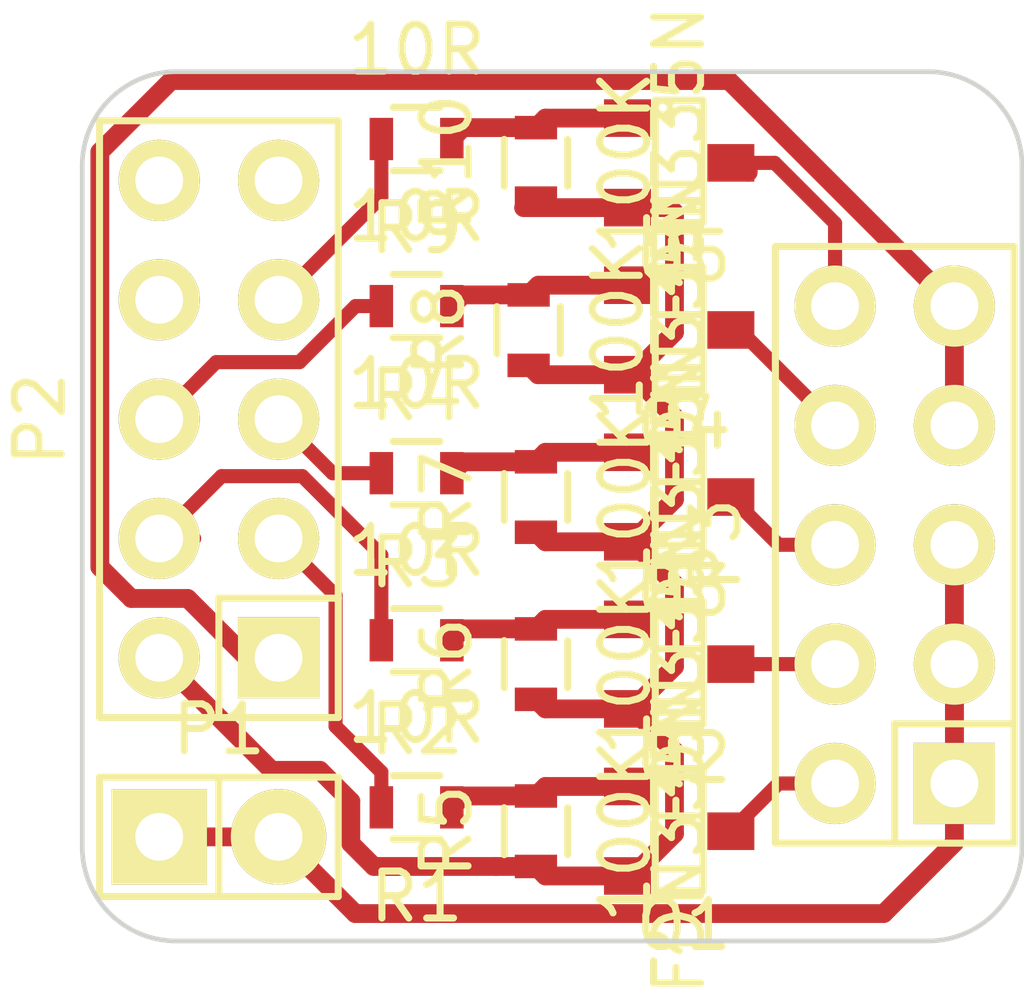
<source format=kicad_pcb>
(kicad_pcb (version 4) (host pcbnew "(2014-11-06 BZR 5256)-product")

  (general
    (links 36)
    (no_connects 0)
    (area 149.84681 95.407 174.400334 116.13798)
    (thickness 1.6)
    (drawings 8)
    (tracks 105)
    (zones 0)
    (modules 18)
    (nets 19)
  )

  (page A4)
  (layers
    (0 F.Cu signal)
    (31 B.Cu signal)
    (32 B.Adhes user)
    (33 F.Adhes user)
    (34 B.Paste user)
    (35 F.Paste user)
    (36 B.SilkS user)
    (37 F.SilkS user)
    (38 B.Mask user)
    (39 F.Mask user)
    (40 Dwgs.User user)
    (41 Cmts.User user)
    (42 Eco1.User user)
    (43 Eco2.User user)
    (44 Edge.Cuts user)
    (45 Margin user)
    (46 B.CrtYd user)
    (47 F.CrtYd user)
    (48 B.Fab user)
    (49 F.Fab user)
  )

  (setup
    (last_trace_width 0.4)
    (trace_clearance 0.2)
    (zone_clearance 0.508)
    (zone_45_only no)
    (trace_min 0.254)
    (segment_width 0.2)
    (edge_width 0.1)
    (via_size 1.5)
    (via_drill 0.635)
    (via_min_size 0.889)
    (via_min_drill 0.508)
    (uvia_size 0.508)
    (uvia_drill 0.127)
    (uvias_allowed no)
    (uvia_min_size 0.508)
    (uvia_min_drill 0.127)
    (pcb_text_width 0.3)
    (pcb_text_size 1.5 1.5)
    (mod_edge_width 0.15)
    (mod_text_size 1 1)
    (mod_text_width 0.15)
    (pad_size 1.5 1.5)
    (pad_drill 0.6)
    (pad_to_mask_clearance 0)
    (pad_to_paste_clearance -0.05)
    (aux_axis_origin 152 115.5)
    (grid_origin 152 115.5)
    (visible_elements FFFCFF7F)
    (pcbplotparams
      (layerselection 0x01000_00000001)
      (usegerberextensions true)
      (excludeedgelayer true)
      (linewidth 0.100000)
      (plotframeref false)
      (viasonmask false)
      (mode 1)
      (useauxorigin true)
      (hpglpennumber 1)
      (hpglpenspeed 20)
      (hpglpendiameter 15)
      (hpglpenoverlay 2)
      (psnegative false)
      (psa4output false)
      (plotreference true)
      (plotvalue true)
      (plotinvisibletext false)
      (padsonsilk false)
      (subtractmaskfromsilk false)
      (outputformat 1)
      (mirror false)
      (drillshape 0)
      (scaleselection 1)
      (outputdirectory ""))
  )

  (net 0 "")
  (net 1 +12V)
  (net 2 VCC)
  (net 3 GND)
  (net 4 /A5)
  (net 5 /A9)
  (net 6 /A10)
  (net 7 /D40)
  (net 8 "Net-(P3-Pad2)")
  (net 9 "Net-(P3-Pad4)")
  (net 10 "Net-(P3-Pad6)")
  (net 11 "Net-(P3-Pad8)")
  (net 12 "Net-(Q1-Pad1)")
  (net 13 "Net-(Q2-Pad1)")
  (net 14 "Net-(Q3-Pad1)")
  (net 15 "Net-(Q4-Pad1)")
  (net 16 /D44)
  (net 17 "Net-(P3-Pad10)")
  (net 18 "Net-(Q5-Pad1)")

  (net_class Default "This is the default net class."
    (clearance 0.2)
    (trace_width 0.3)
    (via_dia 1.5)
    (via_drill 0.635)
    (uvia_dia 0.508)
    (uvia_drill 0.127)
    (add_net +12V)
    (add_net /A10)
    (add_net /A5)
    (add_net /A9)
    (add_net /D40)
    (add_net /D44)
    (add_net GND)
    (add_net "Net-(P3-Pad10)")
    (add_net "Net-(P3-Pad2)")
    (add_net "Net-(P3-Pad4)")
    (add_net "Net-(P3-Pad6)")
    (add_net "Net-(P3-Pad8)")
    (add_net "Net-(Q1-Pad1)")
    (add_net "Net-(Q2-Pad1)")
    (add_net "Net-(Q3-Pad1)")
    (add_net "Net-(Q4-Pad1)")
    (add_net "Net-(Q5-Pad1)")
    (add_net VCC)
  )

  (module Pin_Headers:Pin_Header_Straight_1x02 (layer F.Cu) (tedit 54DE2AE5) (tstamp 54DE35DE)
    (at 154.908 113.284)
    (descr "Through hole pin header")
    (tags "pin header")
    (path /54DE0862)
    (fp_text reference P1 (at 0 -2.286) (layer F.SilkS)
      (effects (font (size 1 1) (thickness 0.15)))
    )
    (fp_text value 12V (at 0 0) (layer F.SilkS) hide
      (effects (font (size 1 1) (thickness 0.15)))
    )
    (fp_line (start 0 -1.27) (end 0 1.27) (layer F.SilkS) (width 0.15))
    (fp_line (start -2.54 -1.27) (end -2.54 1.27) (layer F.SilkS) (width 0.15))
    (fp_line (start -2.54 1.27) (end 0 1.27) (layer F.SilkS) (width 0.15))
    (fp_line (start 0 1.27) (end 2.54 1.27) (layer F.SilkS) (width 0.15))
    (fp_line (start 2.54 1.27) (end 2.54 -1.27) (layer F.SilkS) (width 0.15))
    (fp_line (start 2.54 -1.27) (end -2.54 -1.27) (layer F.SilkS) (width 0.15))
    (pad 1 thru_hole rect (at -1.27 0) (size 2.032 2.032) (drill 1.016) (layers *.Cu *.Mask F.SilkS)
      (net 1 +12V))
    (pad 2 thru_hole oval (at 1.27 0) (size 2.032 2.032) (drill 1.016) (layers *.Cu *.Mask F.SilkS)
      (net 1 +12V))
    (model Pin_Headers/Pin_Header_Straight_1x02.wrl
      (at (xyz 0 0 0))
      (scale (xyz 1 1 1))
      (rotate (xyz 0 0 0))
    )
  )

  (module Pin_Headers:Pin_Header_Straight_2x05 (layer F.Cu) (tedit 54DE2AE5) (tstamp 54DE2B2D)
    (at 154.908 104.394 90)
    (descr "Through hole pin header")
    (tags "pin header")
    (path /54DDFAEE)
    (fp_text reference P2 (at 0 -3.81 90) (layer F.SilkS)
      (effects (font (size 1 1) (thickness 0.15)))
    )
    (fp_text value AUX-2 (at 0 0 90) (layer F.SilkS) hide
      (effects (font (size 1 1) (thickness 0.15)))
    )
    (fp_line (start -6.35 -2.54) (end 6.35 -2.54) (layer F.SilkS) (width 0.15))
    (fp_line (start 6.35 -2.54) (end 6.35 2.54) (layer F.SilkS) (width 0.15))
    (fp_line (start 6.35 2.54) (end -3.81 2.54) (layer F.SilkS) (width 0.15))
    (fp_line (start -6.35 -2.54) (end -6.35 0) (layer F.SilkS) (width 0.15))
    (fp_line (start -6.35 2.54) (end -3.81 2.54) (layer F.SilkS) (width 0.15))
    (fp_line (start -6.35 0) (end -3.81 0) (layer F.SilkS) (width 0.15))
    (fp_line (start -3.81 0) (end -3.81 2.54) (layer F.SilkS) (width 0.15))
    (fp_line (start -6.35 2.54) (end -6.35 0) (layer F.SilkS) (width 0.15))
    (pad 1 thru_hole rect (at -5.08 1.27 90) (size 1.7272 1.7272) (drill 1.016) (layers *.Cu *.Mask F.SilkS)
      (net 2 VCC))
    (pad 2 thru_hole oval (at -5.08 -1.27 90) (size 1.7272 1.7272) (drill 1.016) (layers *.Cu *.Mask F.SilkS)
      (net 3 GND))
    (pad 3 thru_hole oval (at -2.54 1.27 90) (size 1.7272 1.7272) (drill 1.016) (layers *.Cu *.Mask F.SilkS)
      (net 4 /A5))
    (pad 4 thru_hole oval (at -2.54 -1.27 90) (size 1.7272 1.7272) (drill 1.016) (layers *.Cu *.Mask F.SilkS)
      (net 5 /A9))
    (pad 5 thru_hole oval (at 0 1.27 90) (size 1.7272 1.7272) (drill 1.016) (layers *.Cu *.Mask F.SilkS)
      (net 6 /A10))
    (pad 6 thru_hole oval (at 0 -1.27 90) (size 1.7272 1.7272) (drill 1.016) (layers *.Cu *.Mask F.SilkS)
      (net 7 /D40))
    (pad 7 thru_hole oval (at 2.54 1.27 90) (size 1.7272 1.7272) (drill 1.016) (layers *.Cu *.Mask F.SilkS)
      (net 16 /D44))
    (pad 8 thru_hole oval (at 2.54 -1.27 90) (size 1.7272 1.7272) (drill 1.016) (layers *.Cu *.Mask F.SilkS))
    (pad 9 thru_hole oval (at 5.08 1.27 90) (size 1.7272 1.7272) (drill 1.016) (layers *.Cu *.Mask F.SilkS))
    (pad 10 thru_hole oval (at 5.08 -1.27 90) (size 1.7272 1.7272) (drill 1.016) (layers *.Cu *.Mask F.SilkS))
    (model Pin_Headers/Pin_Header_Straight_2x05.wrl
      (at (xyz 0 0 0))
      (scale (xyz 1 1 1))
      (rotate (xyz 0 0 0))
    )
  )

  (module SMD_Packages:SOT-23 (layer F.Cu) (tedit 54DE2AE5) (tstamp 54DF1477)
    (at 164.704 113.164 270)
    (tags SOT23)
    (path /54DE28D2)
    (fp_text reference Q1 (at 1.99898 -0.09906 360) (layer F.SilkS)
      (effects (font (size 1 1) (thickness 0.15)))
    )
    (fp_text value FDN335N (at 0.0635 0 270) (layer F.SilkS)
      (effects (font (size 1 1) (thickness 0.15)))
    )
    (fp_circle (center -1.17602 0.35052) (end -1.30048 0.44958) (layer F.SilkS) (width 0.15))
    (fp_line (start 1.27 -0.508) (end 1.27 0.508) (layer F.SilkS) (width 0.15))
    (fp_line (start -1.3335 -0.508) (end -1.3335 0.508) (layer F.SilkS) (width 0.15))
    (fp_line (start 1.27 0.508) (end -1.3335 0.508) (layer F.SilkS) (width 0.15))
    (fp_line (start -1.3335 -0.508) (end 1.27 -0.508) (layer F.SilkS) (width 0.15))
    (pad 3 smd rect (at 0 -1.09982 270) (size 0.8001 1.00076) (layers F.Cu F.Paste F.Mask)
      (net 8 "Net-(P3-Pad2)"))
    (pad 2 smd rect (at 0.9525 1.09982 270) (size 0.8001 1.00076) (layers F.Cu F.Paste F.Mask)
      (net 3 GND))
    (pad 1 smd rect (at -0.9525 1.09982 270) (size 0.8001 1.00076) (layers F.Cu F.Paste F.Mask)
      (net 12 "Net-(Q1-Pad1)"))
    (model SMD_Packages/SOT-23.wrl
      (at (xyz 0 0 0))
      (scale (xyz 0.4 0.4 0.4))
      (rotate (xyz 0 0 180))
    )
  )

  (module SMD_Packages:SOT-23 (layer F.Cu) (tedit 54DE2AE5) (tstamp 54DE2B47)
    (at 164.704 109.608 270)
    (tags SOT23)
    (path /54DE2BA6)
    (fp_text reference Q2 (at 1.99898 -0.09906 360) (layer F.SilkS)
      (effects (font (size 1 1) (thickness 0.15)))
    )
    (fp_text value FDN335N (at 0.0635 0 270) (layer F.SilkS)
      (effects (font (size 1 1) (thickness 0.15)))
    )
    (fp_circle (center -1.17602 0.35052) (end -1.30048 0.44958) (layer F.SilkS) (width 0.15))
    (fp_line (start 1.27 -0.508) (end 1.27 0.508) (layer F.SilkS) (width 0.15))
    (fp_line (start -1.3335 -0.508) (end -1.3335 0.508) (layer F.SilkS) (width 0.15))
    (fp_line (start 1.27 0.508) (end -1.3335 0.508) (layer F.SilkS) (width 0.15))
    (fp_line (start -1.3335 -0.508) (end 1.27 -0.508) (layer F.SilkS) (width 0.15))
    (pad 3 smd rect (at 0 -1.09982 270) (size 0.8001 1.00076) (layers F.Cu F.Paste F.Mask)
      (net 9 "Net-(P3-Pad4)"))
    (pad 2 smd rect (at 0.9525 1.09982 270) (size 0.8001 1.00076) (layers F.Cu F.Paste F.Mask)
      (net 3 GND))
    (pad 1 smd rect (at -0.9525 1.09982 270) (size 0.8001 1.00076) (layers F.Cu F.Paste F.Mask)
      (net 13 "Net-(Q2-Pad1)"))
    (model SMD_Packages/SOT-23.wrl
      (at (xyz 0 0 0))
      (scale (xyz 0.4 0.4 0.4))
      (rotate (xyz 0 0 180))
    )
  )

  (module SMD_Packages:SOT-23 (layer F.Cu) (tedit 54DE2AE5) (tstamp 54DE2B4E)
    (at 164.704 106.052 270)
    (tags SOT23)
    (path /54DE2D7F)
    (fp_text reference Q3 (at 1.99898 -0.09906 360) (layer F.SilkS)
      (effects (font (size 1 1) (thickness 0.15)))
    )
    (fp_text value FDN335N (at 0.0635 0 270) (layer F.SilkS)
      (effects (font (size 1 1) (thickness 0.15)))
    )
    (fp_circle (center -1.17602 0.35052) (end -1.30048 0.44958) (layer F.SilkS) (width 0.15))
    (fp_line (start 1.27 -0.508) (end 1.27 0.508) (layer F.SilkS) (width 0.15))
    (fp_line (start -1.3335 -0.508) (end -1.3335 0.508) (layer F.SilkS) (width 0.15))
    (fp_line (start 1.27 0.508) (end -1.3335 0.508) (layer F.SilkS) (width 0.15))
    (fp_line (start -1.3335 -0.508) (end 1.27 -0.508) (layer F.SilkS) (width 0.15))
    (pad 3 smd rect (at 0 -1.09982 270) (size 0.8001 1.00076) (layers F.Cu F.Paste F.Mask)
      (net 10 "Net-(P3-Pad6)"))
    (pad 2 smd rect (at 0.9525 1.09982 270) (size 0.8001 1.00076) (layers F.Cu F.Paste F.Mask)
      (net 3 GND))
    (pad 1 smd rect (at -0.9525 1.09982 270) (size 0.8001 1.00076) (layers F.Cu F.Paste F.Mask)
      (net 14 "Net-(Q3-Pad1)"))
    (model SMD_Packages/SOT-23.wrl
      (at (xyz 0 0 0))
      (scale (xyz 0.4 0.4 0.4))
      (rotate (xyz 0 0 180))
    )
  )

  (module SMD_Packages:SOT-23 (layer F.Cu) (tedit 54DE2AE5) (tstamp 54DE2C59)
    (at 164.704 102.496 270)
    (tags SOT23)
    (path /54DE2E79)
    (fp_text reference Q4 (at 1.99898 -0.09906 360) (layer F.SilkS)
      (effects (font (size 1 1) (thickness 0.15)))
    )
    (fp_text value FDN335N (at 0.0635 0 270) (layer F.SilkS)
      (effects (font (size 1 1) (thickness 0.15)))
    )
    (fp_circle (center -1.17602 0.35052) (end -1.30048 0.44958) (layer F.SilkS) (width 0.15))
    (fp_line (start 1.27 -0.508) (end 1.27 0.508) (layer F.SilkS) (width 0.15))
    (fp_line (start -1.3335 -0.508) (end -1.3335 0.508) (layer F.SilkS) (width 0.15))
    (fp_line (start 1.27 0.508) (end -1.3335 0.508) (layer F.SilkS) (width 0.15))
    (fp_line (start -1.3335 -0.508) (end 1.27 -0.508) (layer F.SilkS) (width 0.15))
    (pad 3 smd rect (at 0 -1.09982 270) (size 0.8001 1.00076) (layers F.Cu F.Paste F.Mask)
      (net 11 "Net-(P3-Pad8)"))
    (pad 2 smd rect (at 0.9525 1.09982 270) (size 0.8001 1.00076) (layers F.Cu F.Paste F.Mask)
      (net 3 GND))
    (pad 1 smd rect (at -0.9525 1.09982 270) (size 0.8001 1.00076) (layers F.Cu F.Paste F.Mask)
      (net 15 "Net-(Q4-Pad1)"))
    (model SMD_Packages/SOT-23.wrl
      (at (xyz 0 0 0))
      (scale (xyz 0.4 0.4 0.4))
      (rotate (xyz 0 0 180))
    )
  )

  (module Resistors_SMD:R_0603 (layer F.Cu) (tedit 5415CC62) (tstamp 54DE2B5B)
    (at 159.116 112.656 180)
    (descr "Resistor SMD 0603, reflow soldering, Vishay (see dcrcw.pdf)")
    (tags "resistor 0603")
    (path /54DDFECE)
    (attr smd)
    (fp_text reference R1 (at 0 -1.9 180) (layer F.SilkS)
      (effects (font (size 1 1) (thickness 0.15)))
    )
    (fp_text value 10R (at 0 1.9 180) (layer F.SilkS)
      (effects (font (size 1 1) (thickness 0.15)))
    )
    (fp_line (start -1.3 -0.8) (end 1.3 -0.8) (layer F.CrtYd) (width 0.05))
    (fp_line (start -1.3 0.8) (end 1.3 0.8) (layer F.CrtYd) (width 0.05))
    (fp_line (start -1.3 -0.8) (end -1.3 0.8) (layer F.CrtYd) (width 0.05))
    (fp_line (start 1.3 -0.8) (end 1.3 0.8) (layer F.CrtYd) (width 0.05))
    (fp_line (start 0.5 0.675) (end -0.5 0.675) (layer F.SilkS) (width 0.15))
    (fp_line (start -0.5 -0.675) (end 0.5 -0.675) (layer F.SilkS) (width 0.15))
    (pad 1 smd rect (at -0.75 0 180) (size 0.5 0.9) (layers F.Cu F.Paste F.Mask)
      (net 12 "Net-(Q1-Pad1)"))
    (pad 2 smd rect (at 0.75 0 180) (size 0.5 0.9) (layers F.Cu F.Paste F.Mask)
      (net 4 /A5))
    (model Resistors_SMD/R_0603.wrl
      (at (xyz 0 0 0))
      (scale (xyz 1 1 1))
      (rotate (xyz 0 0 0))
    )
  )

  (module Resistors_SMD:R_0603 (layer F.Cu) (tedit 5415CC62) (tstamp 54DE2B61)
    (at 159.116 109.1 180)
    (descr "Resistor SMD 0603, reflow soldering, Vishay (see dcrcw.pdf)")
    (tags "resistor 0603")
    (path /54DE0244)
    (attr smd)
    (fp_text reference R2 (at 0 -1.9 180) (layer F.SilkS)
      (effects (font (size 1 1) (thickness 0.15)))
    )
    (fp_text value 10R (at 0 1.9 180) (layer F.SilkS)
      (effects (font (size 1 1) (thickness 0.15)))
    )
    (fp_line (start -1.3 -0.8) (end 1.3 -0.8) (layer F.CrtYd) (width 0.05))
    (fp_line (start -1.3 0.8) (end 1.3 0.8) (layer F.CrtYd) (width 0.05))
    (fp_line (start -1.3 -0.8) (end -1.3 0.8) (layer F.CrtYd) (width 0.05))
    (fp_line (start 1.3 -0.8) (end 1.3 0.8) (layer F.CrtYd) (width 0.05))
    (fp_line (start 0.5 0.675) (end -0.5 0.675) (layer F.SilkS) (width 0.15))
    (fp_line (start -0.5 -0.675) (end 0.5 -0.675) (layer F.SilkS) (width 0.15))
    (pad 1 smd rect (at -0.75 0 180) (size 0.5 0.9) (layers F.Cu F.Paste F.Mask)
      (net 13 "Net-(Q2-Pad1)"))
    (pad 2 smd rect (at 0.75 0 180) (size 0.5 0.9) (layers F.Cu F.Paste F.Mask)
      (net 5 /A9))
    (model Resistors_SMD/R_0603.wrl
      (at (xyz 0 0 0))
      (scale (xyz 1 1 1))
      (rotate (xyz 0 0 0))
    )
  )

  (module Resistors_SMD:R_0603 (layer F.Cu) (tedit 5415CC62) (tstamp 54DE2B67)
    (at 159.116 105.544 180)
    (descr "Resistor SMD 0603, reflow soldering, Vishay (see dcrcw.pdf)")
    (tags "resistor 0603")
    (path /54DE02E7)
    (attr smd)
    (fp_text reference R3 (at 0 -1.9 180) (layer F.SilkS)
      (effects (font (size 1 1) (thickness 0.15)))
    )
    (fp_text value 10R (at 0 1.9 180) (layer F.SilkS)
      (effects (font (size 1 1) (thickness 0.15)))
    )
    (fp_line (start -1.3 -0.8) (end 1.3 -0.8) (layer F.CrtYd) (width 0.05))
    (fp_line (start -1.3 0.8) (end 1.3 0.8) (layer F.CrtYd) (width 0.05))
    (fp_line (start -1.3 -0.8) (end -1.3 0.8) (layer F.CrtYd) (width 0.05))
    (fp_line (start 1.3 -0.8) (end 1.3 0.8) (layer F.CrtYd) (width 0.05))
    (fp_line (start 0.5 0.675) (end -0.5 0.675) (layer F.SilkS) (width 0.15))
    (fp_line (start -0.5 -0.675) (end 0.5 -0.675) (layer F.SilkS) (width 0.15))
    (pad 1 smd rect (at -0.75 0 180) (size 0.5 0.9) (layers F.Cu F.Paste F.Mask)
      (net 14 "Net-(Q3-Pad1)"))
    (pad 2 smd rect (at 0.75 0 180) (size 0.5 0.9) (layers F.Cu F.Paste F.Mask)
      (net 6 /A10))
    (model Resistors_SMD/R_0603.wrl
      (at (xyz 0 0 0))
      (scale (xyz 1 1 1))
      (rotate (xyz 0 0 0))
    )
  )

  (module Resistors_SMD:R_0603 (layer F.Cu) (tedit 5415CC62) (tstamp 54DE2B6D)
    (at 159.116 101.988 180)
    (descr "Resistor SMD 0603, reflow soldering, Vishay (see dcrcw.pdf)")
    (tags "resistor 0603")
    (path /54DE0363)
    (attr smd)
    (fp_text reference R4 (at 0 -1.9 180) (layer F.SilkS)
      (effects (font (size 1 1) (thickness 0.15)))
    )
    (fp_text value 10R (at 0 1.9 180) (layer F.SilkS)
      (effects (font (size 1 1) (thickness 0.15)))
    )
    (fp_line (start -1.3 -0.8) (end 1.3 -0.8) (layer F.CrtYd) (width 0.05))
    (fp_line (start -1.3 0.8) (end 1.3 0.8) (layer F.CrtYd) (width 0.05))
    (fp_line (start -1.3 -0.8) (end -1.3 0.8) (layer F.CrtYd) (width 0.05))
    (fp_line (start 1.3 -0.8) (end 1.3 0.8) (layer F.CrtYd) (width 0.05))
    (fp_line (start 0.5 0.675) (end -0.5 0.675) (layer F.SilkS) (width 0.15))
    (fp_line (start -0.5 -0.675) (end 0.5 -0.675) (layer F.SilkS) (width 0.15))
    (pad 1 smd rect (at -0.75 0 180) (size 0.5 0.9) (layers F.Cu F.Paste F.Mask)
      (net 15 "Net-(Q4-Pad1)"))
    (pad 2 smd rect (at 0.75 0 180) (size 0.5 0.9) (layers F.Cu F.Paste F.Mask)
      (net 7 /D40))
    (model Resistors_SMD/R_0603.wrl
      (at (xyz 0 0 0))
      (scale (xyz 1 1 1))
      (rotate (xyz 0 0 0))
    )
  )

  (module Resistors_SMD:R_0603 (layer F.Cu) (tedit 5415CC62) (tstamp 54DE2B73)
    (at 161.656 113.164 90)
    (descr "Resistor SMD 0603, reflow soldering, Vishay (see dcrcw.pdf)")
    (tags "resistor 0603")
    (path /54DDFF3C)
    (attr smd)
    (fp_text reference R5 (at 0 -1.9 90) (layer F.SilkS)
      (effects (font (size 1 1) (thickness 0.15)))
    )
    (fp_text value 100K (at 0 1.9 90) (layer F.SilkS)
      (effects (font (size 1 1) (thickness 0.15)))
    )
    (fp_line (start -1.3 -0.8) (end 1.3 -0.8) (layer F.CrtYd) (width 0.05))
    (fp_line (start -1.3 0.8) (end 1.3 0.8) (layer F.CrtYd) (width 0.05))
    (fp_line (start -1.3 -0.8) (end -1.3 0.8) (layer F.CrtYd) (width 0.05))
    (fp_line (start 1.3 -0.8) (end 1.3 0.8) (layer F.CrtYd) (width 0.05))
    (fp_line (start 0.5 0.675) (end -0.5 0.675) (layer F.SilkS) (width 0.15))
    (fp_line (start -0.5 -0.675) (end 0.5 -0.675) (layer F.SilkS) (width 0.15))
    (pad 1 smd rect (at -0.75 0 90) (size 0.5 0.9) (layers F.Cu F.Paste F.Mask)
      (net 3 GND))
    (pad 2 smd rect (at 0.75 0 90) (size 0.5 0.9) (layers F.Cu F.Paste F.Mask)
      (net 12 "Net-(Q1-Pad1)"))
    (model Resistors_SMD/R_0603.wrl
      (at (xyz 0 0 0))
      (scale (xyz 1 1 1))
      (rotate (xyz 0 0 0))
    )
  )

  (module Resistors_SMD:R_0603 (layer F.Cu) (tedit 5415CC62) (tstamp 54DE2B79)
    (at 161.656 109.608 90)
    (descr "Resistor SMD 0603, reflow soldering, Vishay (see dcrcw.pdf)")
    (tags "resistor 0603")
    (path /54DE024A)
    (attr smd)
    (fp_text reference R6 (at 0 -1.9 90) (layer F.SilkS)
      (effects (font (size 1 1) (thickness 0.15)))
    )
    (fp_text value 100K (at 0 1.9 90) (layer F.SilkS)
      (effects (font (size 1 1) (thickness 0.15)))
    )
    (fp_line (start -1.3 -0.8) (end 1.3 -0.8) (layer F.CrtYd) (width 0.05))
    (fp_line (start -1.3 0.8) (end 1.3 0.8) (layer F.CrtYd) (width 0.05))
    (fp_line (start -1.3 -0.8) (end -1.3 0.8) (layer F.CrtYd) (width 0.05))
    (fp_line (start 1.3 -0.8) (end 1.3 0.8) (layer F.CrtYd) (width 0.05))
    (fp_line (start 0.5 0.675) (end -0.5 0.675) (layer F.SilkS) (width 0.15))
    (fp_line (start -0.5 -0.675) (end 0.5 -0.675) (layer F.SilkS) (width 0.15))
    (pad 1 smd rect (at -0.75 0 90) (size 0.5 0.9) (layers F.Cu F.Paste F.Mask)
      (net 3 GND))
    (pad 2 smd rect (at 0.75 0 90) (size 0.5 0.9) (layers F.Cu F.Paste F.Mask)
      (net 13 "Net-(Q2-Pad1)"))
    (model Resistors_SMD/R_0603.wrl
      (at (xyz 0 0 0))
      (scale (xyz 1 1 1))
      (rotate (xyz 0 0 0))
    )
  )

  (module Resistors_SMD:R_0603 (layer F.Cu) (tedit 5415CC62) (tstamp 54DE2B7F)
    (at 161.656 106.052 90)
    (descr "Resistor SMD 0603, reflow soldering, Vishay (see dcrcw.pdf)")
    (tags "resistor 0603")
    (path /54DE02ED)
    (attr smd)
    (fp_text reference R7 (at 0 -1.9 90) (layer F.SilkS)
      (effects (font (size 1 1) (thickness 0.15)))
    )
    (fp_text value 100K (at 0 1.9 90) (layer F.SilkS)
      (effects (font (size 1 1) (thickness 0.15)))
    )
    (fp_line (start -1.3 -0.8) (end 1.3 -0.8) (layer F.CrtYd) (width 0.05))
    (fp_line (start -1.3 0.8) (end 1.3 0.8) (layer F.CrtYd) (width 0.05))
    (fp_line (start -1.3 -0.8) (end -1.3 0.8) (layer F.CrtYd) (width 0.05))
    (fp_line (start 1.3 -0.8) (end 1.3 0.8) (layer F.CrtYd) (width 0.05))
    (fp_line (start 0.5 0.675) (end -0.5 0.675) (layer F.SilkS) (width 0.15))
    (fp_line (start -0.5 -0.675) (end 0.5 -0.675) (layer F.SilkS) (width 0.15))
    (pad 1 smd rect (at -0.75 0 90) (size 0.5 0.9) (layers F.Cu F.Paste F.Mask)
      (net 3 GND))
    (pad 2 smd rect (at 0.75 0 90) (size 0.5 0.9) (layers F.Cu F.Paste F.Mask)
      (net 14 "Net-(Q3-Pad1)"))
    (model Resistors_SMD/R_0603.wrl
      (at (xyz 0 0 0))
      (scale (xyz 1 1 1))
      (rotate (xyz 0 0 0))
    )
  )

  (module Resistors_SMD:R_0603 (layer F.Cu) (tedit 5415CC62) (tstamp 54DE2B85)
    (at 161.5 102.5 90)
    (descr "Resistor SMD 0603, reflow soldering, Vishay (see dcrcw.pdf)")
    (tags "resistor 0603")
    (path /54DE0369)
    (attr smd)
    (fp_text reference R8 (at 0 -1.9 90) (layer F.SilkS)
      (effects (font (size 1 1) (thickness 0.15)))
    )
    (fp_text value 100K (at 0 1.9 90) (layer F.SilkS)
      (effects (font (size 1 1) (thickness 0.15)))
    )
    (fp_line (start -1.3 -0.8) (end 1.3 -0.8) (layer F.CrtYd) (width 0.05))
    (fp_line (start -1.3 0.8) (end 1.3 0.8) (layer F.CrtYd) (width 0.05))
    (fp_line (start -1.3 -0.8) (end -1.3 0.8) (layer F.CrtYd) (width 0.05))
    (fp_line (start 1.3 -0.8) (end 1.3 0.8) (layer F.CrtYd) (width 0.05))
    (fp_line (start 0.5 0.675) (end -0.5 0.675) (layer F.SilkS) (width 0.15))
    (fp_line (start -0.5 -0.675) (end 0.5 -0.675) (layer F.SilkS) (width 0.15))
    (pad 1 smd rect (at -0.75 0 90) (size 0.5 0.9) (layers F.Cu F.Paste F.Mask)
      (net 3 GND))
    (pad 2 smd rect (at 0.75 0 90) (size 0.5 0.9) (layers F.Cu F.Paste F.Mask)
      (net 15 "Net-(Q4-Pad1)"))
    (model Resistors_SMD/R_0603.wrl
      (at (xyz 0 0 0))
      (scale (xyz 1 1 1))
      (rotate (xyz 0 0 0))
    )
  )

  (module SMD_Packages:SOT-23 (layer F.Cu) (tedit 54DF12B4) (tstamp 54DF1316)
    (at 164.704 98.94 270)
    (tags SOT23)
    (path /54DF1621)
    (fp_text reference Q5 (at 1.99898 -0.09906 360) (layer F.SilkS)
      (effects (font (size 1 1) (thickness 0.15)))
    )
    (fp_text value FDN335N (at 0.0635 0 270) (layer F.SilkS)
      (effects (font (size 1 1) (thickness 0.15)))
    )
    (fp_circle (center -1.17602 0.35052) (end -1.30048 0.44958) (layer F.SilkS) (width 0.15))
    (fp_line (start 1.27 -0.508) (end 1.27 0.508) (layer F.SilkS) (width 0.15))
    (fp_line (start -1.3335 -0.508) (end -1.3335 0.508) (layer F.SilkS) (width 0.15))
    (fp_line (start 1.27 0.508) (end -1.3335 0.508) (layer F.SilkS) (width 0.15))
    (fp_line (start -1.3335 -0.508) (end 1.27 -0.508) (layer F.SilkS) (width 0.15))
    (pad 3 smd rect (at 0 -1.09982 270) (size 0.8001 1.00076) (layers F.Cu F.Paste F.Mask)
      (net 17 "Net-(P3-Pad10)"))
    (pad 2 smd rect (at 0.9525 1.09982 270) (size 0.8001 1.00076) (layers F.Cu F.Paste F.Mask)
      (net 3 GND))
    (pad 1 smd rect (at -0.9525 1.09982 270) (size 0.8001 1.00076) (layers F.Cu F.Paste F.Mask)
      (net 18 "Net-(Q5-Pad1)"))
    (model SMD_Packages/SOT-23.wrl
      (at (xyz 0 0 0))
      (scale (xyz 0.4 0.4 0.4))
      (rotate (xyz 0 0 180))
    )
  )

  (module Resistors_SMD:R_0603 (layer F.Cu) (tedit 5415CC62) (tstamp 54DF131C)
    (at 159.116 98.432 180)
    (descr "Resistor SMD 0603, reflow soldering, Vishay (see dcrcw.pdf)")
    (tags "resistor 0603")
    (path /54DF1609)
    (attr smd)
    (fp_text reference R9 (at 0 -1.9 180) (layer F.SilkS)
      (effects (font (size 1 1) (thickness 0.15)))
    )
    (fp_text value 10R (at 0 1.9 180) (layer F.SilkS)
      (effects (font (size 1 1) (thickness 0.15)))
    )
    (fp_line (start -1.3 -0.8) (end 1.3 -0.8) (layer F.CrtYd) (width 0.05))
    (fp_line (start -1.3 0.8) (end 1.3 0.8) (layer F.CrtYd) (width 0.05))
    (fp_line (start -1.3 -0.8) (end -1.3 0.8) (layer F.CrtYd) (width 0.05))
    (fp_line (start 1.3 -0.8) (end 1.3 0.8) (layer F.CrtYd) (width 0.05))
    (fp_line (start 0.5 0.675) (end -0.5 0.675) (layer F.SilkS) (width 0.15))
    (fp_line (start -0.5 -0.675) (end 0.5 -0.675) (layer F.SilkS) (width 0.15))
    (pad 1 smd rect (at -0.75 0 180) (size 0.5 0.9) (layers F.Cu F.Paste F.Mask)
      (net 18 "Net-(Q5-Pad1)"))
    (pad 2 smd rect (at 0.75 0 180) (size 0.5 0.9) (layers F.Cu F.Paste F.Mask)
      (net 16 /D44))
    (model Resistors_SMD/R_0603.wrl
      (at (xyz 0 0 0))
      (scale (xyz 1 1 1))
      (rotate (xyz 0 0 0))
    )
  )

  (module Resistors_SMD:R_0603 (layer F.Cu) (tedit 5415CC62) (tstamp 54DF1322)
    (at 161.656 98.94 90)
    (descr "Resistor SMD 0603, reflow soldering, Vishay (see dcrcw.pdf)")
    (tags "resistor 0603")
    (path /54DF160F)
    (attr smd)
    (fp_text reference R10 (at 0 -1.9 90) (layer F.SilkS)
      (effects (font (size 1 1) (thickness 0.15)))
    )
    (fp_text value 100K (at 0 1.9 90) (layer F.SilkS)
      (effects (font (size 1 1) (thickness 0.15)))
    )
    (fp_line (start -1.3 -0.8) (end 1.3 -0.8) (layer F.CrtYd) (width 0.05))
    (fp_line (start -1.3 0.8) (end 1.3 0.8) (layer F.CrtYd) (width 0.05))
    (fp_line (start -1.3 -0.8) (end -1.3 0.8) (layer F.CrtYd) (width 0.05))
    (fp_line (start 1.3 -0.8) (end 1.3 0.8) (layer F.CrtYd) (width 0.05))
    (fp_line (start 0.5 0.675) (end -0.5 0.675) (layer F.SilkS) (width 0.15))
    (fp_line (start -0.5 -0.675) (end 0.5 -0.675) (layer F.SilkS) (width 0.15))
    (pad 1 smd rect (at -0.75 0 90) (size 0.5 0.9) (layers F.Cu F.Paste F.Mask)
      (net 3 GND))
    (pad 2 smd rect (at 0.75 0 90) (size 0.5 0.9) (layers F.Cu F.Paste F.Mask)
      (net 18 "Net-(Q5-Pad1)"))
    (model Resistors_SMD/R_0603.wrl
      (at (xyz 0 0 0))
      (scale (xyz 1 1 1))
      (rotate (xyz 0 0 0))
    )
  )

  (module Pin_Headers:Pin_Header_Straight_2x05 (layer F.Cu) (tedit 54DF135D) (tstamp 54DF1377)
    (at 169.292 107.068 90)
    (descr "Through hole pin header")
    (tags "pin header")
    (path /54DF137D)
    (fp_text reference P3 (at 0 -3.81 90) (layer F.SilkS)
      (effects (font (size 1 1) (thickness 0.15)))
    )
    (fp_text value CONN_01X10 (at 0 0 90) (layer F.SilkS) hide
      (effects (font (size 1 1) (thickness 0.15)))
    )
    (fp_line (start -6.35 -2.54) (end 6.35 -2.54) (layer F.SilkS) (width 0.15))
    (fp_line (start 6.35 -2.54) (end 6.35 2.54) (layer F.SilkS) (width 0.15))
    (fp_line (start 6.35 2.54) (end -3.81 2.54) (layer F.SilkS) (width 0.15))
    (fp_line (start -6.35 -2.54) (end -6.35 0) (layer F.SilkS) (width 0.15))
    (fp_line (start -6.35 2.54) (end -3.81 2.54) (layer F.SilkS) (width 0.15))
    (fp_line (start -6.35 0) (end -3.81 0) (layer F.SilkS) (width 0.15))
    (fp_line (start -3.81 0) (end -3.81 2.54) (layer F.SilkS) (width 0.15))
    (fp_line (start -6.35 2.54) (end -6.35 0) (layer F.SilkS) (width 0.15))
    (pad 1 thru_hole rect (at -5.08 1.27 90) (size 1.7272 1.7272) (drill 1.016) (layers *.Cu *.Mask F.SilkS)
      (net 1 +12V))
    (pad 2 thru_hole oval (at -5.08 -1.27 90) (size 1.7272 1.7272) (drill 1.016) (layers *.Cu *.Mask F.SilkS)
      (net 8 "Net-(P3-Pad2)"))
    (pad 3 thru_hole oval (at -2.54 1.27 90) (size 1.7272 1.7272) (drill 1.016) (layers *.Cu *.Mask F.SilkS)
      (net 1 +12V))
    (pad 4 thru_hole oval (at -2.54 -1.27 90) (size 1.7272 1.7272) (drill 1.016) (layers *.Cu *.Mask F.SilkS)
      (net 9 "Net-(P3-Pad4)"))
    (pad 5 thru_hole oval (at 0 1.27 90) (size 1.7272 1.7272) (drill 1.016) (layers *.Cu *.Mask F.SilkS)
      (net 1 +12V))
    (pad 6 thru_hole oval (at 0 -1.27 90) (size 1.7272 1.7272) (drill 1.016) (layers *.Cu *.Mask F.SilkS)
      (net 10 "Net-(P3-Pad6)"))
    (pad 7 thru_hole oval (at 2.54 1.27 90) (size 1.7272 1.7272) (drill 1.016) (layers *.Cu *.Mask F.SilkS)
      (net 2 VCC))
    (pad 8 thru_hole oval (at 2.54 -1.27 90) (size 1.7272 1.7272) (drill 1.016) (layers *.Cu *.Mask F.SilkS)
      (net 11 "Net-(P3-Pad8)"))
    (pad 9 thru_hole oval (at 5.08 1.27 90) (size 1.7272 1.7272) (drill 1.016) (layers *.Cu *.Mask F.SilkS)
      (net 2 VCC))
    (pad 10 thru_hole oval (at 5.08 -1.27 90) (size 1.7272 1.7272) (drill 1.016) (layers *.Cu *.Mask F.SilkS)
      (net 17 "Net-(P3-Pad10)"))
    (model Pin_Headers/Pin_Header_Straight_2x05.wrl
      (at (xyz 0 0 0))
      (scale (xyz 1 1 1))
      (rotate (xyz 0 0 0))
    )
  )

  (gr_line (start 170 97) (end 154 97) (angle 90) (layer Edge.Cuts) (width 0.1))
  (gr_line (start 172 113.5) (end 172 99) (angle 90) (layer Edge.Cuts) (width 0.1))
  (gr_line (start 154 115.5) (end 170 115.5) (angle 90) (layer Edge.Cuts) (width 0.1))
  (gr_line (start 152 99) (end 152 113.5) (angle 90) (layer Edge.Cuts) (width 0.1) (tstamp 54DF2719))
  (gr_arc (start 170 113.5) (end 172 113.5) (angle 90) (layer Edge.Cuts) (width 0.1))
  (gr_arc (start 154 113.5) (end 154 115.5) (angle 90) (layer Edge.Cuts) (width 0.1) (tstamp 54DF26F2))
  (gr_arc (start 154 99) (end 152 99) (angle 90) (layer Edge.Cuts) (width 0.1))
  (gr_arc (start 170 99) (end 170 97) (angle 90) (layer Edge.Cuts) (width 0.1))

  (segment (start 170.562 112.148) (end 170.562 113.4116) (width 0.4) (layer F.Cu) (net 1))
  (segment (start 170.562 113.4116) (end 169.057049 114.916551) (width 0.4) (layer F.Cu) (net 1))
  (segment (start 169.057049 114.916551) (end 157.810551 114.916551) (width 0.4) (layer F.Cu) (net 1))
  (segment (start 157.810551 114.916551) (end 157.193999 114.299999) (width 0.4) (layer F.Cu) (net 1))
  (segment (start 157.193999 114.299999) (end 156.178 113.284) (width 0.4) (layer F.Cu) (net 1))
  (segment (start 170.562 112.148) (end 170.562 109.608) (width 0.4) (layer F.Cu) (net 1))
  (segment (start 170.562 112.148) (end 170.562 107.068) (width 0.4) (layer F.Cu) (net 1))
  (segment (start 153.638 113.284) (end 156.178 113.284) (width 0.4) (layer F.Cu) (net 1))
  (segment (start 156.178 109.474) (end 155.50813 109.474) (width 0.4) (layer F.Cu) (net 2))
  (segment (start 155.50813 109.474) (end 154.244529 108.210399) (width 0.4) (layer F.Cu) (net 2))
  (segment (start 153.894421 97.187449) (end 165.761449 97.187449) (width 0.4) (layer F.Cu) (net 2))
  (segment (start 154.244529 108.210399) (end 153.044269 108.210399) (width 0.4) (layer F.Cu) (net 2))
  (segment (start 153.044269 108.210399) (end 152.374399 107.540529) (width 0.4) (layer F.Cu) (net 2))
  (segment (start 152.374399 107.540529) (end 152.374399 98.707471) (width 0.4) (layer F.Cu) (net 2))
  (segment (start 152.374399 98.707471) (end 153.894421 97.187449) (width 0.4) (layer F.Cu) (net 2))
  (segment (start 165.761449 97.187449) (end 169.698401 101.124401) (width 0.4) (layer F.Cu) (net 2))
  (segment (start 169.698401 101.124401) (end 170.562 101.988) (width 0.4) (layer F.Cu) (net 2))
  (segment (start 170.562 104.528) (end 170.562 101.988) (width 0.4) (layer F.Cu) (net 2))
  (segment (start 153.638 109.474) (end 156.031999 111.867999) (width 0.4) (layer F.Cu) (net 3))
  (segment (start 156.031999 111.867999) (end 157.057999 111.867999) (width 0.4) (layer F.Cu) (net 3))
  (segment (start 157.057999 111.867999) (end 157.715999 112.525999) (width 0.4) (layer F.Cu) (net 3))
  (segment (start 157.715999 112.525999) (end 157.715999 113.426001) (width 0.4) (layer F.Cu) (net 3))
  (segment (start 157.715999 113.426001) (end 158.203998 113.914) (width 0.4) (layer F.Cu) (net 3))
  (segment (start 158.203998 113.914) (end 160.806 113.914) (width 0.4) (layer F.Cu) (net 3))
  (segment (start 160.806 113.914) (end 161.656 113.914) (width 0.4) (layer F.Cu) (net 3))
  (segment (start 163.60418 99.8925) (end 161.3925 99.8925) (width 0.4) (layer F.Cu) (net 3))
  (segment (start 161.6985 103.4485) (end 161.5 103.25) (width 0.4) (layer F.Cu) (net 3))
  (segment (start 163.60418 103.4485) (end 161.6985 103.4485) (width 0.4) (layer F.Cu) (net 3))
  (segment (start 161.8585 107.0045) (end 161.656 106.802) (width 0.4) (layer F.Cu) (net 3))
  (segment (start 163.60418 107.0045) (end 161.8585 107.0045) (width 0.4) (layer F.Cu) (net 3))
  (segment (start 161.8585 110.5605) (end 161.656 110.358) (width 0.4) (layer F.Cu) (net 3))
  (segment (start 163.60418 110.5605) (end 161.8585 110.5605) (width 0.4) (layer F.Cu) (net 3))
  (segment (start 161.8585 114.1165) (end 161.656 113.914) (width 0.4) (layer F.Cu) (net 3))
  (segment (start 163.60418 114.1165) (end 161.8585 114.1165) (width 0.4) (layer F.Cu) (net 3))
  (segment (start 164.604561 102.548449) (end 163.70451 103.4485) (width 0.4) (layer F.Cu) (net 3))
  (segment (start 164.604561 99.992501) (end 164.604561 102.548449) (width 0.4) (layer F.Cu) (net 3))
  (segment (start 164.50456 99.8925) (end 164.604561 99.992501) (width 0.4) (layer F.Cu) (net 3))
  (segment (start 163.60418 99.8925) (end 164.50456 99.8925) (width 0.4) (layer F.Cu) (net 3))
  (segment (start 164.604561 104.348551) (end 163.70451 103.4485) (width 0.4) (layer F.Cu) (net 3))
  (segment (start 164.604561 106.104449) (end 164.604561 104.348551) (width 0.4) (layer F.Cu) (net 3))
  (segment (start 163.70451 107.0045) (end 164.604561 106.104449) (width 0.4) (layer F.Cu) (net 3))
  (segment (start 163.70451 103.4485) (end 163.60418 103.4485) (width 0.4) (layer F.Cu) (net 3))
  (segment (start 164.604561 109.660449) (end 164.604561 107.904551) (width 0.4) (layer F.Cu) (net 3))
  (segment (start 163.70451 107.0045) (end 163.60418 107.0045) (width 0.4) (layer F.Cu) (net 3))
  (segment (start 164.604561 107.904551) (end 163.70451 107.0045) (width 0.4) (layer F.Cu) (net 3))
  (segment (start 163.70451 110.5605) (end 164.604561 109.660449) (width 0.4) (layer F.Cu) (net 3))
  (segment (start 163.70451 110.5605) (end 163.60418 110.5605) (width 0.4) (layer F.Cu) (net 3))
  (segment (start 164.604561 111.460551) (end 163.70451 110.5605) (width 0.4) (layer F.Cu) (net 3))
  (segment (start 164.604561 113.216449) (end 164.604561 111.460551) (width 0.4) (layer F.Cu) (net 3))
  (segment (start 163.70451 114.1165) (end 164.604561 113.216449) (width 0.4) (layer F.Cu) (net 3))
  (segment (start 163.60418 114.1165) (end 163.70451 114.1165) (width 0.4) (layer F.Cu) (net 3))
  (segment (start 158.366 112.656) (end 158.366 111.906) (width 0.3) (layer F.Cu) (net 4))
  (segment (start 158.366 111.906) (end 157.391601 110.931601) (width 0.3) (layer F.Cu) (net 4))
  (segment (start 157.391601 110.931601) (end 157.391601 108.147601) (width 0.3) (layer F.Cu) (net 4))
  (segment (start 157.391601 108.147601) (end 157.041599 107.797599) (width 0.3) (layer F.Cu) (net 4))
  (segment (start 157.041599 107.797599) (end 156.178 106.934) (width 0.3) (layer F.Cu) (net 4))
  (segment (start 156.178 106.934) (end 156.863033 106.934) (width 0.3) (layer F.Cu) (net 4))
  (segment (start 158.366 109.1) (end 158.366 107.28912) (width 0.3) (layer F.Cu) (net 5))
  (segment (start 158.366 107.28912) (end 156.684481 105.607601) (width 0.3) (layer F.Cu) (net 5))
  (segment (start 156.684481 105.607601) (end 154.964399 105.607601) (width 0.3) (layer F.Cu) (net 5))
  (segment (start 154.964399 105.607601) (end 154.501599 106.070401) (width 0.3) (layer F.Cu) (net 5))
  (segment (start 154.501599 106.070401) (end 153.638 106.934) (width 0.3) (layer F.Cu) (net 5))
  (segment (start 158.366 108.9) (end 158.366 109.1) (width 0.3) (layer F.Cu) (net 5))
  (segment (start 153.638 106.934) (end 154.38187 106.934) (width 0.3) (layer F.Cu) (net 5))
  (segment (start 158.366 105.544) (end 157.328 105.544) (width 0.3) (layer F.Cu) (net 6))
  (segment (start 157.328 105.544) (end 156.178 104.394) (width 0.3) (layer F.Cu) (net 6))
  (segment (start 158.366 101.988) (end 157.816 101.988) (width 0.3) (layer F.Cu) (net 7))
  (segment (start 157.816 101.988) (end 156.623601 103.180399) (width 0.3) (layer F.Cu) (net 7))
  (segment (start 156.623601 103.180399) (end 154.851601 103.180399) (width 0.3) (layer F.Cu) (net 7))
  (segment (start 154.851601 103.180399) (end 154.501599 103.530401) (width 0.3) (layer F.Cu) (net 7))
  (segment (start 154.501599 103.530401) (end 153.638 104.394) (width 0.3) (layer F.Cu) (net 7))
  (segment (start 168.022 112.148) (end 166.81982 112.148) (width 0.3) (layer F.Cu) (net 8))
  (segment (start 166.81982 112.148) (end 165.80382 113.164) (width 0.3) (layer F.Cu) (net 8))
  (segment (start 168.022 109.608) (end 165.80382 109.608) (width 0.3) (layer F.Cu) (net 9))
  (segment (start 168.022 107.068) (end 166.81982 107.068) (width 0.3) (layer F.Cu) (net 10))
  (segment (start 166.81982 107.068) (end 165.80382 106.052) (width 0.3) (layer F.Cu) (net 10))
  (segment (start 168.022 104.528) (end 165.99 102.496) (width 0.3) (layer F.Cu) (net 11))
  (segment (start 165.99 102.496) (end 165.80382 102.496) (width 0.3) (layer F.Cu) (net 11))
  (segment (start 161.8585 112.2115) (end 161.656 112.414) (width 0.4) (layer F.Cu) (net 12))
  (segment (start 163.60418 112.2115) (end 161.8585 112.2115) (width 0.4) (layer F.Cu) (net 12))
  (segment (start 160.108 112.414) (end 159.866 112.656) (width 0.4) (layer F.Cu) (net 12))
  (segment (start 161.656 112.414) (end 160.108 112.414) (width 0.4) (layer F.Cu) (net 12))
  (segment (start 161.8585 108.6555) (end 161.656 108.858) (width 0.4) (layer F.Cu) (net 13))
  (segment (start 163.60418 108.6555) (end 161.8585 108.6555) (width 0.4) (layer F.Cu) (net 13))
  (segment (start 160.108 108.858) (end 159.866 109.1) (width 0.4) (layer F.Cu) (net 13))
  (segment (start 161.656 108.858) (end 160.108 108.858) (width 0.4) (layer F.Cu) (net 13))
  (segment (start 161.8585 105.0995) (end 161.656 105.302) (width 0.4) (layer F.Cu) (net 14))
  (segment (start 163.60418 105.0995) (end 161.8585 105.0995) (width 0.4) (layer F.Cu) (net 14))
  (segment (start 160.108 105.302) (end 159.866 105.544) (width 0.4) (layer F.Cu) (net 14))
  (segment (start 161.656 105.302) (end 160.108 105.302) (width 0.4) (layer F.Cu) (net 14))
  (segment (start 161.7065 101.5435) (end 161.5 101.75) (width 0.4) (layer F.Cu) (net 15))
  (segment (start 163.60418 101.5435) (end 161.7065 101.5435) (width 0.4) (layer F.Cu) (net 15))
  (segment (start 160.104 101.75) (end 159.866 101.988) (width 0.4) (layer F.Cu) (net 15))
  (segment (start 161.5 101.75) (end 160.104 101.75) (width 0.4) (layer F.Cu) (net 15))
  (segment (start 158.366 98.432) (end 158.366 99.666) (width 0.3) (layer F.Cu) (net 16))
  (segment (start 158.366 99.666) (end 156.178 101.854) (width 0.3) (layer F.Cu) (net 16))
  (segment (start 168.022 101.988) (end 168.022 100.226) (width 0.3) (layer F.Cu) (net 17))
  (segment (start 168.022 100.226) (end 166.736 98.94) (width 0.3) (layer F.Cu) (net 17))
  (segment (start 166.736 98.94) (end 165.80382 98.94) (width 0.3) (layer F.Cu) (net 17))
  (segment (start 165.72 99.448) (end 165.72 98.94) (width 0.000032) (layer F.Cu) (net 17))
  (segment (start 166.174026 99.140026) (end 166.174026 98.94) (width 0.4) (layer F.Cu) (net 17))
  (segment (start 160.108 98.19) (end 159.866 98.432) (width 0.4) (layer F.Cu) (net 18))
  (segment (start 161.656 98.19) (end 160.108 98.19) (width 0.4) (layer F.Cu) (net 18))
  (segment (start 161.8585 97.9875) (end 161.656 98.19) (width 0.4) (layer F.Cu) (net 18))
  (segment (start 163.60418 97.9875) (end 161.8585 97.9875) (width 0.4) (layer F.Cu) (net 18))

)

</source>
